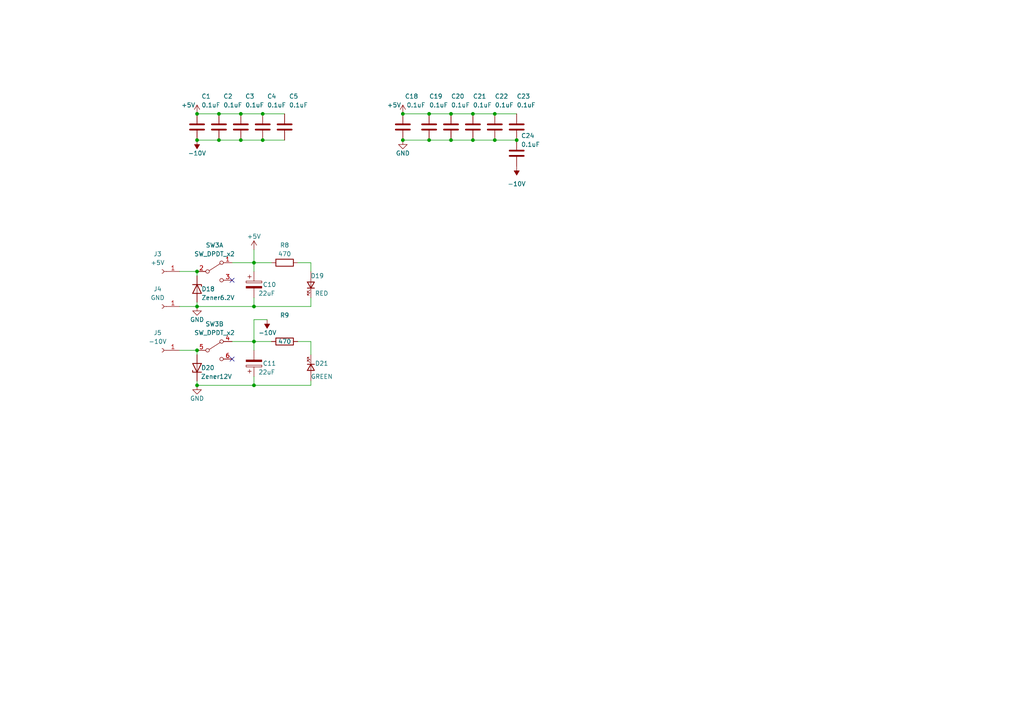
<source format=kicad_sch>
(kicad_sch (version 20230121) (generator eeschema)

  (uuid 3e5225d9-afd7-4ebf-b59c-45461f3da5da)

  (paper "A4")

  (lib_symbols
    (symbol "000_MyLibrary:C" (pin_numbers hide) (pin_names (offset 0.254)) (in_bom yes) (on_board yes)
      (property "Reference" "C" (at 0.635 2.54 0)
        (effects (font (size 1.27 1.27)) (justify left))
      )
      (property "Value" "C" (at 0.635 -2.54 0)
        (effects (font (size 1.27 1.27)) (justify left))
      )
      (property "Footprint" "" (at 0.9652 -3.81 0)
        (effects (font (size 1.27 1.27)) hide)
      )
      (property "Datasheet" "~" (at 0 0 0)
        (effects (font (size 1.27 1.27)) hide)
      )
      (property "ki_keywords" "cap capacitor" (at 0 0 0)
        (effects (font (size 1.27 1.27)) hide)
      )
      (property "ki_description" "Unpolarized capacitor" (at 0 0 0)
        (effects (font (size 1.27 1.27)) hide)
      )
      (property "ki_fp_filters" "C_*" (at 0 0 0)
        (effects (font (size 1.27 1.27)) hide)
      )
      (symbol "C_0_1"
        (polyline
          (pts
            (xy -2.032 -0.762)
            (xy 2.032 -0.762)
          )
          (stroke (width 0.508) (type default))
          (fill (type none))
        )
        (polyline
          (pts
            (xy -2.032 0.762)
            (xy 2.032 0.762)
          )
          (stroke (width 0.508) (type default))
          (fill (type none))
        )
      )
      (symbol "C_1_1"
        (pin passive line (at 0 3.81 270) (length 2.794)
          (name "~" (effects (font (size 1.27 1.27))))
          (number "1" (effects (font (size 1.27 1.27))))
        )
        (pin passive line (at 0 -3.81 90) (length 2.794)
          (name "~" (effects (font (size 1.27 1.27))))
          (number "2" (effects (font (size 1.27 1.27))))
        )
      )
    )
    (symbol "000_MyLibrary:C_Polarized" (pin_numbers hide) (pin_names (offset 0.254)) (in_bom yes) (on_board yes)
      (property "Reference" "C" (at 0.635 2.54 0)
        (effects (font (size 1.27 1.27)) (justify left))
      )
      (property "Value" "C_Polarized" (at 0.635 -2.54 0)
        (effects (font (size 1.27 1.27)) (justify left))
      )
      (property "Footprint" "" (at 0.9652 -3.81 0)
        (effects (font (size 1.27 1.27)) hide)
      )
      (property "Datasheet" "~" (at 0 0 0)
        (effects (font (size 1.27 1.27)) hide)
      )
      (property "ki_keywords" "cap capacitor" (at 0 0 0)
        (effects (font (size 1.27 1.27)) hide)
      )
      (property "ki_description" "Polarized capacitor" (at 0 0 0)
        (effects (font (size 1.27 1.27)) hide)
      )
      (property "ki_fp_filters" "CP_*" (at 0 0 0)
        (effects (font (size 1.27 1.27)) hide)
      )
      (symbol "C_Polarized_0_1"
        (rectangle (start -2.286 0.508) (end 2.286 1.016)
          (stroke (width 0) (type default))
          (fill (type none))
        )
        (polyline
          (pts
            (xy -1.778 2.286)
            (xy -0.762 2.286)
          )
          (stroke (width 0) (type default))
          (fill (type none))
        )
        (polyline
          (pts
            (xy -1.27 2.794)
            (xy -1.27 1.778)
          )
          (stroke (width 0) (type default))
          (fill (type none))
        )
        (rectangle (start 2.286 -0.508) (end -2.286 -1.016)
          (stroke (width 0) (type default))
          (fill (type outline))
        )
      )
      (symbol "C_Polarized_1_1"
        (pin passive line (at 0 3.81 270) (length 2.794)
          (name "~" (effects (font (size 1.27 1.27))))
          (number "1" (effects (font (size 1.27 1.27))))
        )
        (pin passive line (at 0 -3.81 90) (length 2.794)
          (name "~" (effects (font (size 1.27 1.27))))
          (number "2" (effects (font (size 1.27 1.27))))
        )
      )
    )
    (symbol "000_MyLibrary:Conn_01x01_Female" (pin_names (offset 1.016) hide) (in_bom yes) (on_board yes)
      (property "Reference" "J" (at 0 2.54 0)
        (effects (font (size 1.27 1.27)))
      )
      (property "Value" "Conn_01x01_Female" (at 0 -2.54 0)
        (effects (font (size 1.27 1.27)))
      )
      (property "Footprint" "" (at 0 0 0)
        (effects (font (size 1.27 1.27)) hide)
      )
      (property "Datasheet" "~" (at 0 0 0)
        (effects (font (size 1.27 1.27)) hide)
      )
      (property "ki_keywords" "connector" (at 0 0 0)
        (effects (font (size 1.27 1.27)) hide)
      )
      (property "ki_description" "Generic connector, single row, 01x01, script generated (kicad-library-utils/schlib/autogen/connector/)" (at 0 0 0)
        (effects (font (size 1.27 1.27)) hide)
      )
      (property "ki_fp_filters" "Connector*:*" (at 0 0 0)
        (effects (font (size 1.27 1.27)) hide)
      )
      (symbol "Conn_01x01_Female_1_1"
        (polyline
          (pts
            (xy -1.27 0)
            (xy -0.508 0)
          )
          (stroke (width 0.1524) (type default))
          (fill (type none))
        )
        (arc (start 0 0.508) (mid -0.5058 0) (end 0 -0.508)
          (stroke (width 0.1524) (type default))
          (fill (type none))
        )
        (pin passive line (at -5.08 0 0) (length 3.81)
          (name "Pin_1" (effects (font (size 1.27 1.27))))
          (number "1" (effects (font (size 1.27 1.27))))
        )
      )
    )
    (symbol "000_MyLibrary:D_Zener" (pin_numbers hide) (pin_names (offset 1.016) hide) (in_bom yes) (on_board yes)
      (property "Reference" "D" (at 0 2.54 0)
        (effects (font (size 1.27 1.27)))
      )
      (property "Value" "D_Zener" (at 0 -2.54 0)
        (effects (font (size 1.27 1.27)))
      )
      (property "Footprint" "" (at 0 0 0)
        (effects (font (size 1.27 1.27)) hide)
      )
      (property "Datasheet" "~" (at 0 0 0)
        (effects (font (size 1.27 1.27)) hide)
      )
      (property "ki_keywords" "diode" (at 0 0 0)
        (effects (font (size 1.27 1.27)) hide)
      )
      (property "ki_description" "Zener diode" (at 0 0 0)
        (effects (font (size 1.27 1.27)) hide)
      )
      (property "ki_fp_filters" "TO-???* *_Diode_* *SingleDiode* D_*" (at 0 0 0)
        (effects (font (size 1.27 1.27)) hide)
      )
      (symbol "D_Zener_0_1"
        (polyline
          (pts
            (xy 1.27 0)
            (xy -1.27 0)
          )
          (stroke (width 0) (type default))
          (fill (type none))
        )
        (polyline
          (pts
            (xy -1.27 -1.27)
            (xy -1.27 1.27)
            (xy -0.762 1.27)
          )
          (stroke (width 0.254) (type default))
          (fill (type none))
        )
        (polyline
          (pts
            (xy 1.27 -1.27)
            (xy 1.27 1.27)
            (xy -1.27 0)
            (xy 1.27 -1.27)
          )
          (stroke (width 0.254) (type default))
          (fill (type none))
        )
      )
      (symbol "D_Zener_1_1"
        (pin passive line (at -3.81 0 0) (length 2.54)
          (name "K" (effects (font (size 1.27 1.27))))
          (number "1" (effects (font (size 1.27 1.27))))
        )
        (pin passive line (at 3.81 0 180) (length 2.54)
          (name "A" (effects (font (size 1.27 1.27))))
          (number "2" (effects (font (size 1.27 1.27))))
        )
      )
    )
    (symbol "000_MyLibrary:LED" (pin_numbers hide) (pin_names (offset 1.016) hide) (in_bom yes) (on_board yes)
      (property "Reference" "D" (at 0.254 2.54 0)
        (effects (font (size 1.27 1.27)))
      )
      (property "Value" "LED" (at 0.254 -2.54 0)
        (effects (font (size 1.27 1.27)))
      )
      (property "Footprint" "" (at 0.254 0 0)
        (effects (font (size 1.27 1.27)) hide)
      )
      (property "Datasheet" "~" (at 0.254 0 0)
        (effects (font (size 1.27 1.27)) hide)
      )
      (property "ki_keywords" "LED diode" (at 0 0 0)
        (effects (font (size 1.27 1.27)) hide)
      )
      (property "ki_description" "Light emitting diode" (at 0 0 0)
        (effects (font (size 1.27 1.27)) hide)
      )
      (property "ki_fp_filters" "LED* LED_SMD:* LED_THT:*" (at 0 0 0)
        (effects (font (size 1.27 1.27)) hide)
      )
      (symbol "LED_0_1"
        (polyline
          (pts
            (xy -1.27 0)
            (xy 1.27 0)
          )
          (stroke (width 0) (type default))
          (fill (type none))
        )
        (polyline
          (pts
            (xy -1.016 -1.016)
            (xy -1.016 1.016)
          )
          (stroke (width 0.254) (type default))
          (fill (type none))
        )
        (polyline
          (pts
            (xy 0.762 -1.016)
            (xy 0.762 1.016)
            (xy -1.016 0)
            (xy 0.762 -1.016)
          )
          (stroke (width 0.254) (type default))
          (fill (type none))
        )
        (polyline
          (pts
            (xy -2.286 -0.254)
            (xy -3.048 -1.016)
            (xy -2.54 -1.016)
            (xy -3.048 -1.016)
            (xy -3.048 -0.508)
          )
          (stroke (width 0) (type default))
          (fill (type none))
        )
        (polyline
          (pts
            (xy -1.524 -0.254)
            (xy -2.286 -1.016)
            (xy -1.778 -1.016)
            (xy -2.286 -1.016)
            (xy -2.286 -0.508)
          )
          (stroke (width 0) (type default))
          (fill (type none))
        )
      )
      (symbol "LED_1_1"
        (pin passive line (at -3.81 0 0) (length 2.54)
          (name "K" (effects (font (size 1.27 1.27))))
          (number "1" (effects (font (size 1.27 1.27))))
        )
        (pin passive line (at 3.81 0 180) (length 2.54)
          (name "A" (effects (font (size 1.27 1.27))))
          (number "2" (effects (font (size 1.27 1.27))))
        )
      )
    )
    (symbol "000_MyLibrary:R" (pin_numbers hide) (pin_names (offset 0)) (in_bom yes) (on_board yes)
      (property "Reference" "R" (at 2.032 0 90)
        (effects (font (size 1.27 1.27)))
      )
      (property "Value" "R" (at 0 0 90)
        (effects (font (size 1.27 1.27)))
      )
      (property "Footprint" "" (at -1.778 0 90)
        (effects (font (size 1.27 1.27)) hide)
      )
      (property "Datasheet" "~" (at 0 0 0)
        (effects (font (size 1.27 1.27)) hide)
      )
      (property "ki_keywords" "R res resistor" (at 0 0 0)
        (effects (font (size 1.27 1.27)) hide)
      )
      (property "ki_description" "Resistor" (at 0 0 0)
        (effects (font (size 1.27 1.27)) hide)
      )
      (property "ki_fp_filters" "R_*" (at 0 0 0)
        (effects (font (size 1.27 1.27)) hide)
      )
      (symbol "R_0_1"
        (rectangle (start -1.016 -2.54) (end 1.016 2.54)
          (stroke (width 0.254) (type default))
          (fill (type none))
        )
      )
      (symbol "R_1_1"
        (pin passive line (at 0 3.81 270) (length 1.27)
          (name "~" (effects (font (size 1.27 1.27))))
          (number "1" (effects (font (size 1.27 1.27))))
        )
        (pin passive line (at 0 -3.81 90) (length 1.27)
          (name "~" (effects (font (size 1.27 1.27))))
          (number "2" (effects (font (size 1.27 1.27))))
        )
      )
    )
    (symbol "000_MyLibrary:SW_DPDT_x2" (pin_names (offset 0) hide) (in_bom yes) (on_board yes)
      (property "Reference" "SW" (at 0 4.318 0)
        (effects (font (size 1.27 1.27)))
      )
      (property "Value" "SW_DPDT_x2" (at 0 -5.08 0)
        (effects (font (size 1.27 1.27)))
      )
      (property "Footprint" "" (at 0 0 0)
        (effects (font (size 1.27 1.27)) hide)
      )
      (property "Datasheet" "~" (at 0 0 0)
        (effects (font (size 1.27 1.27)) hide)
      )
      (property "ki_keywords" "switch dual-pole double-throw DPDT spdt ON-ON" (at 0 0 0)
        (effects (font (size 1.27 1.27)) hide)
      )
      (property "ki_description" "Switch, dual pole double throw, separate symbols" (at 0 0 0)
        (effects (font (size 1.27 1.27)) hide)
      )
      (property "ki_fp_filters" "SW*DPDT*" (at 0 0 0)
        (effects (font (size 1.27 1.27)) hide)
      )
      (symbol "SW_DPDT_x2_0_0"
        (circle (center -2.032 0) (radius 0.508)
          (stroke (width 0) (type default))
          (fill (type none))
        )
        (circle (center 2.032 -2.54) (radius 0.508)
          (stroke (width 0) (type default))
          (fill (type none))
        )
      )
      (symbol "SW_DPDT_x2_0_1"
        (polyline
          (pts
            (xy -1.524 0.254)
            (xy 1.651 2.286)
          )
          (stroke (width 0) (type default))
          (fill (type none))
        )
        (circle (center 2.032 2.54) (radius 0.508)
          (stroke (width 0) (type default))
          (fill (type none))
        )
      )
      (symbol "SW_DPDT_x2_1_1"
        (pin passive line (at 5.08 2.54 180) (length 2.54)
          (name "A" (effects (font (size 1.27 1.27))))
          (number "1" (effects (font (size 1.27 1.27))))
        )
        (pin passive line (at -5.08 0 0) (length 2.54)
          (name "B" (effects (font (size 1.27 1.27))))
          (number "2" (effects (font (size 1.27 1.27))))
        )
        (pin passive line (at 5.08 -2.54 180) (length 2.54)
          (name "C" (effects (font (size 1.27 1.27))))
          (number "3" (effects (font (size 1.27 1.27))))
        )
      )
      (symbol "SW_DPDT_x2_2_1"
        (pin passive line (at 5.08 2.54 180) (length 2.54)
          (name "A" (effects (font (size 1.27 1.27))))
          (number "4" (effects (font (size 1.27 1.27))))
        )
        (pin passive line (at -5.08 0 0) (length 2.54)
          (name "B" (effects (font (size 1.27 1.27))))
          (number "5" (effects (font (size 1.27 1.27))))
        )
        (pin passive line (at 5.08 -2.54 180) (length 2.54)
          (name "C" (effects (font (size 1.27 1.27))))
          (number "6" (effects (font (size 1.27 1.27))))
        )
      )
    )
    (symbol "power:+5V" (power) (pin_names (offset 0)) (in_bom yes) (on_board yes)
      (property "Reference" "#PWR" (at 0 -3.81 0)
        (effects (font (size 1.27 1.27)) hide)
      )
      (property "Value" "+5V" (at 0 3.556 0)
        (effects (font (size 1.27 1.27)))
      )
      (property "Footprint" "" (at 0 0 0)
        (effects (font (size 1.27 1.27)) hide)
      )
      (property "Datasheet" "" (at 0 0 0)
        (effects (font (size 1.27 1.27)) hide)
      )
      (property "ki_keywords" "global power" (at 0 0 0)
        (effects (font (size 1.27 1.27)) hide)
      )
      (property "ki_description" "Power symbol creates a global label with name \"+5V\"" (at 0 0 0)
        (effects (font (size 1.27 1.27)) hide)
      )
      (symbol "+5V_0_1"
        (polyline
          (pts
            (xy -0.762 1.27)
            (xy 0 2.54)
          )
          (stroke (width 0) (type default))
          (fill (type none))
        )
        (polyline
          (pts
            (xy 0 0)
            (xy 0 2.54)
          )
          (stroke (width 0) (type default))
          (fill (type none))
        )
        (polyline
          (pts
            (xy 0 2.54)
            (xy 0.762 1.27)
          )
          (stroke (width 0) (type default))
          (fill (type none))
        )
      )
      (symbol "+5V_1_1"
        (pin power_in line (at 0 0 90) (length 0) hide
          (name "+5V" (effects (font (size 1.27 1.27))))
          (number "1" (effects (font (size 1.27 1.27))))
        )
      )
    )
    (symbol "power:-10V" (power) (pin_names (offset 0)) (in_bom yes) (on_board yes)
      (property "Reference" "#PWR" (at 0 2.54 0)
        (effects (font (size 1.27 1.27)) hide)
      )
      (property "Value" "-10V" (at 0 3.81 0)
        (effects (font (size 1.27 1.27)))
      )
      (property "Footprint" "" (at 0 0 0)
        (effects (font (size 1.27 1.27)) hide)
      )
      (property "Datasheet" "" (at 0 0 0)
        (effects (font (size 1.27 1.27)) hide)
      )
      (property "ki_keywords" "global power" (at 0 0 0)
        (effects (font (size 1.27 1.27)) hide)
      )
      (property "ki_description" "Power symbol creates a global label with name \"-10V\"" (at 0 0 0)
        (effects (font (size 1.27 1.27)) hide)
      )
      (symbol "-10V_0_0"
        (pin power_in line (at 0 0 90) (length 0) hide
          (name "-10V" (effects (font (size 1.27 1.27))))
          (number "1" (effects (font (size 1.27 1.27))))
        )
      )
      (symbol "-10V_0_1"
        (polyline
          (pts
            (xy 0 0)
            (xy 0 1.27)
            (xy 0.762 1.27)
            (xy 0 2.54)
            (xy -0.762 1.27)
            (xy 0 1.27)
          )
          (stroke (width 0) (type default))
          (fill (type outline))
        )
      )
    )
    (symbol "power:GND" (power) (pin_names (offset 0)) (in_bom yes) (on_board yes)
      (property "Reference" "#PWR" (at 0 -6.35 0)
        (effects (font (size 1.27 1.27)) hide)
      )
      (property "Value" "GND" (at 0 -3.81 0)
        (effects (font (size 1.27 1.27)))
      )
      (property "Footprint" "" (at 0 0 0)
        (effects (font (size 1.27 1.27)) hide)
      )
      (property "Datasheet" "" (at 0 0 0)
        (effects (font (size 1.27 1.27)) hide)
      )
      (property "ki_keywords" "global power" (at 0 0 0)
        (effects (font (size 1.27 1.27)) hide)
      )
      (property "ki_description" "Power symbol creates a global label with name \"GND\" , ground" (at 0 0 0)
        (effects (font (size 1.27 1.27)) hide)
      )
      (symbol "GND_0_1"
        (polyline
          (pts
            (xy 0 0)
            (xy 0 -1.27)
            (xy 1.27 -1.27)
            (xy 0 -2.54)
            (xy -1.27 -1.27)
            (xy 0 -1.27)
          )
          (stroke (width 0) (type default))
          (fill (type none))
        )
      )
      (symbol "GND_1_1"
        (pin power_in line (at 0 0 270) (length 0) hide
          (name "GND" (effects (font (size 1.27 1.27))))
          (number "1" (effects (font (size 1.27 1.27))))
        )
      )
    )
  )

  (junction (at 57.15 33.02) (diameter 0) (color 0 0 0 0)
    (uuid 04de454c-4c65-478a-b0b9-dd7562c24342)
  )
  (junction (at 137.16 33.02) (diameter 0) (color 0 0 0 0)
    (uuid 25c7cfd5-f22a-44c4-b12d-dfac311d778c)
  )
  (junction (at 143.51 40.64) (diameter 0) (color 0 0 0 0)
    (uuid 340ece68-d487-4e8b-89c8-60f39cdc44d2)
  )
  (junction (at 69.85 40.64) (diameter 0) (color 0 0 0 0)
    (uuid 34980289-8791-4f0d-af39-fc335b09b75f)
  )
  (junction (at 73.66 88.9) (diameter 0) (color 0 0 0 0)
    (uuid 3659af39-3872-4287-a0c6-0d7c0ee98aa9)
  )
  (junction (at 73.66 76.2) (diameter 0) (color 0 0 0 0)
    (uuid 3f6d30f1-2661-4932-85b1-e343e7b3bb3c)
  )
  (junction (at 73.66 99.06) (diameter 0) (color 0 0 0 0)
    (uuid 45850601-36da-436b-97d8-a2510251812a)
  )
  (junction (at 124.46 33.02) (diameter 0) (color 0 0 0 0)
    (uuid 4d10ef89-3db0-464b-a7bf-43e97821667e)
  )
  (junction (at 57.15 40.64) (diameter 0) (color 0 0 0 0)
    (uuid 4eaaaedb-bea7-4c1d-b1f3-e6d4d6222550)
  )
  (junction (at 63.5 33.02) (diameter 0) (color 0 0 0 0)
    (uuid 55a2b39d-f9b6-4812-9317-86452d7ee170)
  )
  (junction (at 69.85 33.02) (diameter 0) (color 0 0 0 0)
    (uuid 5dfcb62b-4543-4b7d-a614-a3f400845f69)
  )
  (junction (at 73.66 111.76) (diameter 0) (color 0 0 0 0)
    (uuid 733a30b3-a28b-435d-aa2f-f8f7193f57b3)
  )
  (junction (at 143.51 33.02) (diameter 0) (color 0 0 0 0)
    (uuid 77067c6e-8cc0-4143-8a7f-d2b5e067a731)
  )
  (junction (at 57.15 88.9) (diameter 0) (color 0 0 0 0)
    (uuid 7a6e1311-e77a-40a0-a363-aae20d7c3ab4)
  )
  (junction (at 76.2 33.02) (diameter 0) (color 0 0 0 0)
    (uuid a2daf0e1-08ec-437d-8b75-a3c200da1bfe)
  )
  (junction (at 76.2 40.64) (diameter 0) (color 0 0 0 0)
    (uuid a342aafc-4d60-43d6-b76f-3d7166fe6930)
  )
  (junction (at 149.86 40.64) (diameter 0) (color 0 0 0 0)
    (uuid b027554c-6e72-4f51-bbdd-889bc51a2bfd)
  )
  (junction (at 57.15 78.74) (diameter 0) (color 0 0 0 0)
    (uuid b3259cc7-5ba7-4248-baf4-61d256815550)
  )
  (junction (at 116.84 40.64) (diameter 0) (color 0 0 0 0)
    (uuid b3ae077c-748b-4c45-9c1e-a7afccdf198f)
  )
  (junction (at 57.15 111.76) (diameter 0) (color 0 0 0 0)
    (uuid be1fc47e-c7cd-4158-bdcf-a626ae3da517)
  )
  (junction (at 137.16 40.64) (diameter 0) (color 0 0 0 0)
    (uuid bfc316c2-bc1b-4ac4-bb29-cd1826752268)
  )
  (junction (at 116.84 33.02) (diameter 0) (color 0 0 0 0)
    (uuid c1291e52-d59f-4879-b234-8cba643e6110)
  )
  (junction (at 130.81 33.02) (diameter 0) (color 0 0 0 0)
    (uuid ce15162e-0669-4b06-9dac-b95aac113beb)
  )
  (junction (at 124.46 40.64) (diameter 0) (color 0 0 0 0)
    (uuid d6dd017a-cb8f-4bab-9b88-0d107b0a8808)
  )
  (junction (at 57.15 101.6) (diameter 0) (color 0 0 0 0)
    (uuid de04c3f9-4896-42b9-811b-012607d45d7d)
  )
  (junction (at 130.81 40.64) (diameter 0) (color 0 0 0 0)
    (uuid eea915b8-bb5c-46b0-b786-bd5bdadb7e2d)
  )
  (junction (at 63.5 40.64) (diameter 0) (color 0 0 0 0)
    (uuid eeb34551-b451-4a01-ac2a-34e7b3fd7643)
  )

  (no_connect (at 67.31 81.28) (uuid 6be19ef6-a933-40dd-bfdd-35898a4f9950))
  (no_connect (at 67.31 104.14) (uuid b2c3e1c7-8210-40b9-af30-0c56d5e45902))

  (wire (pts (xy 73.66 72.39) (xy 73.66 76.2))
    (stroke (width 0) (type default))
    (uuid 04cbeb4c-23c3-48d3-a017-370e42f01dde)
  )
  (wire (pts (xy 116.84 40.64) (xy 124.46 40.64))
    (stroke (width 0) (type default))
    (uuid 0e9ebe5d-aef8-4a84-bd05-5b954ae0acdf)
  )
  (wire (pts (xy 86.36 76.2) (xy 90.17 76.2))
    (stroke (width 0) (type default))
    (uuid 21f3fb50-3eaf-43f5-ab45-d891494a7059)
  )
  (wire (pts (xy 73.66 76.2) (xy 78.74 76.2))
    (stroke (width 0) (type default))
    (uuid 242531f0-b354-459b-9474-bb9dda5a5133)
  )
  (wire (pts (xy 69.85 33.02) (xy 76.2 33.02))
    (stroke (width 0) (type default))
    (uuid 24983586-eb5d-4fe6-90cd-a61fafcd4ef0)
  )
  (wire (pts (xy 90.17 111.76) (xy 90.17 110.49))
    (stroke (width 0) (type default))
    (uuid 270fbf3a-389b-40a5-b167-5b739fc55f40)
  )
  (wire (pts (xy 73.66 99.06) (xy 73.66 101.6))
    (stroke (width 0) (type default))
    (uuid 28138ab7-4e12-460b-a810-76c452b6d8e3)
  )
  (wire (pts (xy 73.66 76.2) (xy 73.66 78.74))
    (stroke (width 0) (type default))
    (uuid 281a90de-99d1-480f-a9cb-beee7ee90a88)
  )
  (wire (pts (xy 90.17 76.2) (xy 90.17 78.74))
    (stroke (width 0) (type default))
    (uuid 28f99aba-cdd2-4b5d-989a-ce50f1ee6f9b)
  )
  (wire (pts (xy 90.17 99.06) (xy 90.17 102.87))
    (stroke (width 0) (type default))
    (uuid 2df77993-6342-47ef-a9c0-1bb67652026f)
  )
  (wire (pts (xy 57.15 102.87) (xy 57.15 101.6))
    (stroke (width 0) (type default))
    (uuid 31c0979f-48e8-4eeb-9e0f-cd3a7aca21ff)
  )
  (wire (pts (xy 52.07 88.9) (xy 57.15 88.9))
    (stroke (width 0) (type default))
    (uuid 3208aaf4-cdc9-4091-b29e-3f27fc63bdf3)
  )
  (wire (pts (xy 73.66 92.71) (xy 73.66 99.06))
    (stroke (width 0) (type default))
    (uuid 331b4b58-7424-498e-9cc7-f163d53fbd4e)
  )
  (wire (pts (xy 124.46 33.02) (xy 130.81 33.02))
    (stroke (width 0) (type default))
    (uuid 41215c4b-8628-481d-a9fc-e39303e11b73)
  )
  (wire (pts (xy 86.36 99.06) (xy 90.17 99.06))
    (stroke (width 0) (type default))
    (uuid 4fb1fc83-17cc-4def-bd36-2bbaf43e03e4)
  )
  (wire (pts (xy 130.81 33.02) (xy 137.16 33.02))
    (stroke (width 0) (type default))
    (uuid 50bc017b-bac4-41a5-aa62-f53be857cd1c)
  )
  (wire (pts (xy 63.5 40.64) (xy 69.85 40.64))
    (stroke (width 0) (type default))
    (uuid 522bcefb-72d3-45de-9565-e1902c3df93a)
  )
  (wire (pts (xy 137.16 40.64) (xy 143.51 40.64))
    (stroke (width 0) (type default))
    (uuid 538d6019-eafa-455a-b6e1-62e0e71c9cf0)
  )
  (wire (pts (xy 57.15 87.63) (xy 57.15 88.9))
    (stroke (width 0) (type default))
    (uuid 60baa953-122c-4df6-9b2f-14171f0b3ed2)
  )
  (wire (pts (xy 57.15 110.49) (xy 57.15 111.76))
    (stroke (width 0) (type default))
    (uuid 61325a51-366f-46f3-b7b2-c19703ebc13f)
  )
  (wire (pts (xy 52.07 101.6) (xy 57.15 101.6))
    (stroke (width 0) (type default))
    (uuid 65223f31-54bd-430c-8717-3ee35fa9081a)
  )
  (wire (pts (xy 57.15 78.74) (xy 57.15 80.01))
    (stroke (width 0) (type default))
    (uuid 6a1a8a9b-8bee-4ceb-ab3c-a21cb906cf50)
  )
  (wire (pts (xy 57.15 88.9) (xy 73.66 88.9))
    (stroke (width 0) (type default))
    (uuid 73855101-0cc3-4073-84f9-763f472db406)
  )
  (wire (pts (xy 63.5 33.02) (xy 69.85 33.02))
    (stroke (width 0) (type default))
    (uuid 79192e9b-46cb-4a49-b53d-369a9eb5f6d8)
  )
  (wire (pts (xy 124.46 40.64) (xy 130.81 40.64))
    (stroke (width 0) (type default))
    (uuid 81397447-cda8-4266-85a0-a1f79ed5e147)
  )
  (wire (pts (xy 73.66 111.76) (xy 90.17 111.76))
    (stroke (width 0) (type default))
    (uuid 83ac03b6-f300-4a05-bd3d-d2a33705d13f)
  )
  (wire (pts (xy 77.47 92.71) (xy 73.66 92.71))
    (stroke (width 0) (type default))
    (uuid 8a591dbb-f716-4e75-891f-50ee5510ed00)
  )
  (wire (pts (xy 57.15 33.02) (xy 63.5 33.02))
    (stroke (width 0) (type default))
    (uuid 8c5ec008-6317-4220-966f-a4834e857f0e)
  )
  (wire (pts (xy 73.66 88.9) (xy 90.17 88.9))
    (stroke (width 0) (type default))
    (uuid 8edaa418-84c6-4d73-a2ae-043be554d27c)
  )
  (wire (pts (xy 143.51 33.02) (xy 149.86 33.02))
    (stroke (width 0) (type default))
    (uuid 932e6b81-07f4-4c04-a49c-e5e8aec562f0)
  )
  (wire (pts (xy 67.31 76.2) (xy 73.66 76.2))
    (stroke (width 0) (type default))
    (uuid 9483c2ba-e81c-4c95-8532-e8eaeeb89d47)
  )
  (wire (pts (xy 67.31 99.06) (xy 73.66 99.06))
    (stroke (width 0) (type default))
    (uuid 97dd2977-126f-46f0-9e36-2009a82ef8ce)
  )
  (wire (pts (xy 57.15 40.64) (xy 63.5 40.64))
    (stroke (width 0) (type default))
    (uuid 98fe3638-eb9c-4303-af3e-ad5046a23325)
  )
  (wire (pts (xy 76.2 40.64) (xy 82.55 40.64))
    (stroke (width 0) (type default))
    (uuid a32eeb50-c103-404d-b001-07fac0e35612)
  )
  (wire (pts (xy 143.51 40.64) (xy 149.86 40.64))
    (stroke (width 0) (type default))
    (uuid a3edc8e9-7bfa-43e4-bd1d-c3ae35941c08)
  )
  (wire (pts (xy 90.17 88.9) (xy 90.17 86.36))
    (stroke (width 0) (type default))
    (uuid b7bbb957-a399-4bd6-9c20-b5919232a9a0)
  )
  (wire (pts (xy 73.66 86.36) (xy 73.66 88.9))
    (stroke (width 0) (type default))
    (uuid bfd504d1-1c53-4d79-9a01-f324ce42a041)
  )
  (wire (pts (xy 76.2 33.02) (xy 82.55 33.02))
    (stroke (width 0) (type default))
    (uuid c2afdf5b-4d33-4668-898c-c7e35d1dcf0f)
  )
  (wire (pts (xy 73.66 109.22) (xy 73.66 111.76))
    (stroke (width 0) (type default))
    (uuid cabe3cd2-e7f8-4dd1-9e39-287b54bd03f6)
  )
  (wire (pts (xy 57.15 78.74) (xy 52.07 78.74))
    (stroke (width 0) (type default))
    (uuid da8290f0-dddd-4b53-8eaa-18f408e7bb56)
  )
  (wire (pts (xy 137.16 33.02) (xy 143.51 33.02))
    (stroke (width 0) (type default))
    (uuid dcd35aca-319c-4cbd-a631-835b07d44ec4)
  )
  (wire (pts (xy 57.15 111.76) (xy 73.66 111.76))
    (stroke (width 0) (type default))
    (uuid df702a6e-dd44-4fcb-a343-a224e558f1b0)
  )
  (wire (pts (xy 73.66 99.06) (xy 78.74 99.06))
    (stroke (width 0) (type default))
    (uuid e2fa74ce-5161-4794-b24f-c36ee522549d)
  )
  (wire (pts (xy 130.81 40.64) (xy 137.16 40.64))
    (stroke (width 0) (type default))
    (uuid eb30563d-b8e9-4e31-8439-598337158768)
  )
  (wire (pts (xy 116.84 33.02) (xy 124.46 33.02))
    (stroke (width 0) (type default))
    (uuid f95b73a4-7ceb-4a94-9283-a89a7f3f735f)
  )
  (wire (pts (xy 69.85 40.64) (xy 76.2 40.64))
    (stroke (width 0) (type default))
    (uuid fbaafd1a-1847-40d3-98aa-2b6aaa153279)
  )

  (symbol (lib_id "000_MyLibrary:LED") (at 90.17 106.68 270) (unit 1)
    (in_bom yes) (on_board yes) (dnp no)
    (uuid 017eb828-3ced-4228-9241-836f37efea33)
    (property "Reference" "D21" (at 95.25 105.41 90)
      (effects (font (size 1.27 1.27)) (justify right))
    )
    (property "Value" "GREEN" (at 96.52 109.22 90)
      (effects (font (size 1.27 1.27)) (justify right))
    )
    (property "Footprint" "000_MyFootprint:LED_D3.0mm" (at 90.17 106.934 0)
      (effects (font (size 1.27 1.27)) hide)
    )
    (property "Datasheet" "~" (at 90.17 106.934 0)
      (effects (font (size 1.27 1.27)) hide)
    )
    (pin "1" (uuid e3db1275-a709-40a1-a978-3d5dc3990655))
    (pin "2" (uuid 24d1d1c4-da3b-4649-a90e-e8b4b79c407e))
    (instances
      (project "test4004"
        (path "/864f134a-41c6-4913-ad4a-3ecdcf349a38"
          (reference "D21") (unit 1)
        )
        (path "/864f134a-41c6-4913-ad4a-3ecdcf349a38/5469af6e-307a-497f-8be9-ea9ec74e6c6f"
          (reference "D21") (unit 1)
        )
      )
    )
  )

  (symbol (lib_id "000_MyLibrary:Conn_01x01_Female") (at 46.99 88.9 180) (unit 1)
    (in_bom yes) (on_board yes) (dnp no)
    (uuid 04f9e5ff-eb60-4818-b205-688d02f94ca1)
    (property "Reference" "J4" (at 45.72 83.82 0)
      (effects (font (size 1.27 1.27)))
    )
    (property "Value" "GND" (at 45.72 86.36 0)
      (effects (font (size 1.27 1.27)))
    )
    (property "Footprint" "" (at 46.99 88.9 0)
      (effects (font (size 1.27 1.27)) hide)
    )
    (property "Datasheet" "~" (at 46.99 88.9 0)
      (effects (font (size 1.27 1.27)) hide)
    )
    (pin "1" (uuid dab25f0a-02c9-4ff6-9c8a-74349103331e))
    (instances
      (project "test4004"
        (path "/864f134a-41c6-4913-ad4a-3ecdcf349a38"
          (reference "J4") (unit 1)
        )
        (path "/864f134a-41c6-4913-ad4a-3ecdcf349a38/5469af6e-307a-497f-8be9-ea9ec74e6c6f"
          (reference "J4") (unit 1)
        )
      )
    )
  )

  (symbol (lib_id "power:+5V") (at 57.15 33.02 0) (unit 1)
    (in_bom yes) (on_board yes) (dnp no)
    (uuid 074d9588-3316-4aed-a57a-e44cfa70567e)
    (property "Reference" "#PWR01" (at 57.15 36.83 0)
      (effects (font (size 1.27 1.27)) hide)
    )
    (property "Value" "+5V" (at 54.61 30.48 0)
      (effects (font (size 1.27 1.27)))
    )
    (property "Footprint" "" (at 57.15 33.02 0)
      (effects (font (size 1.27 1.27)) hide)
    )
    (property "Datasheet" "" (at 57.15 33.02 0)
      (effects (font (size 1.27 1.27)) hide)
    )
    (pin "1" (uuid e9be49ae-fb1e-4db1-b944-4ddb6b1e9348))
    (instances
      (project "test4004"
        (path "/864f134a-41c6-4913-ad4a-3ecdcf349a38"
          (reference "#PWR01") (unit 1)
        )
        (path "/864f134a-41c6-4913-ad4a-3ecdcf349a38/5469af6e-307a-497f-8be9-ea9ec74e6c6f"
          (reference "#PWR01") (unit 1)
        )
      )
    )
  )

  (symbol (lib_id "000_MyLibrary:D_Zener") (at 57.15 83.82 270) (unit 1)
    (in_bom yes) (on_board yes) (dnp no)
    (uuid 17f38901-9a7f-490f-9b93-7090884f4f49)
    (property "Reference" "D18" (at 58.42 83.82 90)
      (effects (font (size 1.27 1.27)) (justify left))
    )
    (property "Value" "Zener6.2V" (at 58.42 86.36 90)
      (effects (font (size 1.27 1.27)) (justify left))
    )
    (property "Footprint" "000_MyFootprint:D_DO-35_SOD27_P7.62mm_Horizontal" (at 57.15 83.82 0)
      (effects (font (size 1.27 1.27)) hide)
    )
    (property "Datasheet" "~" (at 57.15 83.82 0)
      (effects (font (size 1.27 1.27)) hide)
    )
    (pin "1" (uuid b9f64e19-754e-4b44-95ee-202012e74f49))
    (pin "2" (uuid 9fd57a47-8547-4301-a5bb-74021cfdd0c8))
    (instances
      (project "test4004"
        (path "/864f134a-41c6-4913-ad4a-3ecdcf349a38"
          (reference "D18") (unit 1)
        )
        (path "/864f134a-41c6-4913-ad4a-3ecdcf349a38/5469af6e-307a-497f-8be9-ea9ec74e6c6f"
          (reference "D18") (unit 1)
        )
      )
    )
  )

  (symbol (lib_id "000_MyLibrary:C") (at 116.84 36.83 0) (unit 1)
    (in_bom yes) (on_board yes) (dnp no)
    (uuid 1ef05fab-8769-4869-b769-4b4fe0e2393d)
    (property "Reference" "C18" (at 119.38 27.94 0)
      (effects (font (size 1.27 1.27)))
    )
    (property "Value" "0.1uF" (at 120.65 30.48 0)
      (effects (font (size 1.27 1.27)))
    )
    (property "Footprint" "000_MyFootprint:C_Disc_D4.3mm_W1.9mm_P5.00mm" (at 117.8052 40.64 0)
      (effects (font (size 1.27 1.27)) hide)
    )
    (property "Datasheet" "~" (at 116.84 36.83 0)
      (effects (font (size 1.27 1.27)) hide)
    )
    (pin "1" (uuid afa3ac0c-4a58-4731-bbf4-64ffc36f02f6))
    (pin "2" (uuid bef6f3c5-3685-49f1-8175-a9ca3119adbe))
    (instances
      (project "test4004"
        (path "/864f134a-41c6-4913-ad4a-3ecdcf349a38/7e6bb0ce-98c0-4c3f-8a34-45d971d49c72"
          (reference "C18") (unit 1)
        )
        (path "/864f134a-41c6-4913-ad4a-3ecdcf349a38/5469af6e-307a-497f-8be9-ea9ec74e6c6f"
          (reference "C18") (unit 1)
        )
      )
    )
  )

  (symbol (lib_id "power:-10V") (at 77.47 92.71 180) (unit 1)
    (in_bom yes) (on_board yes) (dnp no)
    (uuid 2a698d8f-e3b7-431f-8db0-cdcdd264536e)
    (property "Reference" "#PWR027" (at 77.47 95.25 0)
      (effects (font (size 1.27 1.27)) hide)
    )
    (property "Value" "-10V" (at 74.93 96.52 0)
      (effects (font (size 1.27 1.27)) (justify right))
    )
    (property "Footprint" "" (at 77.47 92.71 0)
      (effects (font (size 1.27 1.27)) hide)
    )
    (property "Datasheet" "" (at 77.47 92.71 0)
      (effects (font (size 1.27 1.27)) hide)
    )
    (pin "1" (uuid 1320b63e-fe3e-4f1d-b5b0-3d5db1ab5532))
    (instances
      (project "test4004"
        (path "/864f134a-41c6-4913-ad4a-3ecdcf349a38"
          (reference "#PWR027") (unit 1)
        )
        (path "/864f134a-41c6-4913-ad4a-3ecdcf349a38/5469af6e-307a-497f-8be9-ea9ec74e6c6f"
          (reference "#PWR028") (unit 1)
        )
      )
    )
  )

  (symbol (lib_id "power:GND") (at 116.84 40.64 0) (unit 1)
    (in_bom yes) (on_board yes) (dnp no)
    (uuid 2e9a9f9c-0764-415c-bd06-222e4a453ac4)
    (property "Reference" "#PWR061" (at 116.84 46.99 0)
      (effects (font (size 1.27 1.27)) hide)
    )
    (property "Value" "GND" (at 116.84 44.45 0)
      (effects (font (size 1.27 1.27)))
    )
    (property "Footprint" "" (at 116.84 40.64 0)
      (effects (font (size 1.27 1.27)) hide)
    )
    (property "Datasheet" "" (at 116.84 40.64 0)
      (effects (font (size 1.27 1.27)) hide)
    )
    (pin "1" (uuid d5b38da9-872b-4aa5-b9fc-7631735449ce))
    (instances
      (project "test4004"
        (path "/864f134a-41c6-4913-ad4a-3ecdcf349a38/df0ffe23-d64d-4613-b960-14f3a390d08c"
          (reference "#PWR061") (unit 1)
        )
        (path "/864f134a-41c6-4913-ad4a-3ecdcf349a38/5469af6e-307a-497f-8be9-ea9ec74e6c6f"
          (reference "#PWR061") (unit 1)
        )
      )
    )
  )

  (symbol (lib_id "power:+5V") (at 116.84 33.02 0) (unit 1)
    (in_bom yes) (on_board yes) (dnp no)
    (uuid 33a2eac9-98bb-44c6-8c19-a43e3e18e021)
    (property "Reference" "#PWR058" (at 116.84 36.83 0)
      (effects (font (size 1.27 1.27)) hide)
    )
    (property "Value" "+5V" (at 114.3 30.48 0)
      (effects (font (size 1.27 1.27)))
    )
    (property "Footprint" "" (at 116.84 33.02 0)
      (effects (font (size 1.27 1.27)) hide)
    )
    (property "Datasheet" "" (at 116.84 33.02 0)
      (effects (font (size 1.27 1.27)) hide)
    )
    (pin "1" (uuid babac8a1-ba52-46c7-a1bb-52996b3de473))
    (instances
      (project "test4004"
        (path "/864f134a-41c6-4913-ad4a-3ecdcf349a38/df0ffe23-d64d-4613-b960-14f3a390d08c"
          (reference "#PWR058") (unit 1)
        )
        (path "/864f134a-41c6-4913-ad4a-3ecdcf349a38/5469af6e-307a-497f-8be9-ea9ec74e6c6f"
          (reference "#PWR058") (unit 1)
        )
      )
    )
  )

  (symbol (lib_id "000_MyLibrary:C_Polarized") (at 73.66 105.41 0) (mirror x) (unit 1)
    (in_bom yes) (on_board yes) (dnp no)
    (uuid 42f5229b-b4a9-43a0-b366-bd7b0aa4b73d)
    (property "Reference" "C11" (at 76.2 105.41 0)
      (effects (font (size 1.27 1.27)) (justify left))
    )
    (property "Value" "22uF" (at 74.93 107.95 0)
      (effects (font (size 1.27 1.27)) (justify left))
    )
    (property "Footprint" "000_MyFootprint:CP_Radial_D6.3mm_P2.50mm" (at 74.6252 101.6 0)
      (effects (font (size 1.27 1.27)) hide)
    )
    (property "Datasheet" "~" (at 73.66 105.41 0)
      (effects (font (size 1.27 1.27)) hide)
    )
    (pin "1" (uuid 1f8a526e-3231-456f-8174-606427a2ea2e))
    (pin "2" (uuid f67c439e-0a20-4dcd-bba0-bbf3a098b1c1))
    (instances
      (project "test4004"
        (path "/864f134a-41c6-4913-ad4a-3ecdcf349a38"
          (reference "C11") (unit 1)
        )
        (path "/864f134a-41c6-4913-ad4a-3ecdcf349a38/5469af6e-307a-497f-8be9-ea9ec74e6c6f"
          (reference "C11") (unit 1)
        )
      )
    )
  )

  (symbol (lib_id "000_MyLibrary:C") (at 82.55 36.83 0) (unit 1)
    (in_bom yes) (on_board yes) (dnp no)
    (uuid 4ca72925-71fc-4d2d-9d5e-bf6b7ea43472)
    (property "Reference" "C5" (at 83.82 27.94 0)
      (effects (font (size 1.27 1.27)) (justify left))
    )
    (property "Value" "0.1uF" (at 83.82 30.48 0)
      (effects (font (size 1.27 1.27)) (justify left))
    )
    (property "Footprint" "000_MyFootprint:C_Disc_D4.3mm_W1.9mm_P5.00mm" (at 83.5152 40.64 0)
      (effects (font (size 1.27 1.27)) hide)
    )
    (property "Datasheet" "~" (at 82.55 36.83 0)
      (effects (font (size 1.27 1.27)) hide)
    )
    (pin "1" (uuid 1df59ef2-674e-4b4c-96ca-82bc506211a4))
    (pin "2" (uuid f9dedc5b-e7f2-43e8-949b-4a8fccd3fe53))
    (instances
      (project "test4004"
        (path "/864f134a-41c6-4913-ad4a-3ecdcf349a38"
          (reference "C5") (unit 1)
        )
        (path "/864f134a-41c6-4913-ad4a-3ecdcf349a38/5469af6e-307a-497f-8be9-ea9ec74e6c6f"
          (reference "C5") (unit 1)
        )
      )
    )
  )

  (symbol (lib_id "power:-10V") (at 149.86 48.26 180) (unit 1)
    (in_bom yes) (on_board yes) (dnp no) (fields_autoplaced)
    (uuid 4deb7931-ed5d-4e4f-9695-6262a7443d55)
    (property "Reference" "#PWR064" (at 149.86 50.8 0)
      (effects (font (size 1.27 1.27)) hide)
    )
    (property "Value" "-10V" (at 149.86 53.34 0)
      (effects (font (size 1.27 1.27)))
    )
    (property "Footprint" "" (at 149.86 48.26 0)
      (effects (font (size 1.27 1.27)) hide)
    )
    (property "Datasheet" "" (at 149.86 48.26 0)
      (effects (font (size 1.27 1.27)) hide)
    )
    (pin "1" (uuid 6148f838-577f-4a75-a9ee-c4b8451a0155))
    (instances
      (project "test4004"
        (path "/864f134a-41c6-4913-ad4a-3ecdcf349a38/df0ffe23-d64d-4613-b960-14f3a390d08c"
          (reference "#PWR064") (unit 1)
        )
        (path "/864f134a-41c6-4913-ad4a-3ecdcf349a38/5469af6e-307a-497f-8be9-ea9ec74e6c6f"
          (reference "#PWR064") (unit 1)
        )
      )
    )
  )

  (symbol (lib_id "000_MyLibrary:C") (at 143.51 36.83 0) (unit 1)
    (in_bom yes) (on_board yes) (dnp no)
    (uuid 4e830bc2-b25a-4481-9e66-a5f4dd7f8bf2)
    (property "Reference" "C22" (at 143.51 27.94 0)
      (effects (font (size 1.27 1.27)) (justify left))
    )
    (property "Value" "0.1uF" (at 143.51 30.48 0)
      (effects (font (size 1.27 1.27)) (justify left))
    )
    (property "Footprint" "000_MyFootprint:C_Disc_D4.3mm_W1.9mm_P5.00mm" (at 144.4752 40.64 0)
      (effects (font (size 1.27 1.27)) hide)
    )
    (property "Datasheet" "~" (at 143.51 36.83 0)
      (effects (font (size 1.27 1.27)) hide)
    )
    (pin "1" (uuid 1bbba815-0092-4412-befd-05d3ce06e133))
    (pin "2" (uuid 4cc7da98-73df-4382-a7e9-582066a91af1))
    (instances
      (project "test4004"
        (path "/864f134a-41c6-4913-ad4a-3ecdcf349a38/df0ffe23-d64d-4613-b960-14f3a390d08c"
          (reference "C22") (unit 1)
        )
        (path "/864f134a-41c6-4913-ad4a-3ecdcf349a38/5469af6e-307a-497f-8be9-ea9ec74e6c6f"
          (reference "C22") (unit 1)
        )
      )
    )
  )

  (symbol (lib_id "000_MyLibrary:LED") (at 90.17 82.55 270) (mirror x) (unit 1)
    (in_bom yes) (on_board yes) (dnp no)
    (uuid 529bd1ff-ea48-40e7-bb32-ae054118e26f)
    (property "Reference" "D19" (at 93.98 80.01 90)
      (effects (font (size 1.27 1.27)) (justify right))
    )
    (property "Value" "RED" (at 95.25 85.09 90)
      (effects (font (size 1.27 1.27)) (justify right))
    )
    (property "Footprint" "000_MyFootprint:LED_D3.0mm" (at 90.17 82.296 0)
      (effects (font (size 1.27 1.27)) hide)
    )
    (property "Datasheet" "~" (at 90.17 82.296 0)
      (effects (font (size 1.27 1.27)) hide)
    )
    (pin "1" (uuid 41a72a77-f5e7-4526-a090-fd15f99076ee))
    (pin "2" (uuid 7dda3ec7-4192-4f3d-bb69-c38ec99aeef5))
    (instances
      (project "test4004"
        (path "/864f134a-41c6-4913-ad4a-3ecdcf349a38"
          (reference "D19") (unit 1)
        )
        (path "/864f134a-41c6-4913-ad4a-3ecdcf349a38/5469af6e-307a-497f-8be9-ea9ec74e6c6f"
          (reference "D20") (unit 1)
        )
      )
    )
  )

  (symbol (lib_id "000_MyLibrary:C") (at 76.2 36.83 0) (unit 1)
    (in_bom yes) (on_board yes) (dnp no)
    (uuid 5583f5f2-45bf-4bf6-9756-bd19402701e7)
    (property "Reference" "C4" (at 77.47 27.94 0)
      (effects (font (size 1.27 1.27)) (justify left))
    )
    (property "Value" "0.1uF" (at 77.47 30.48 0)
      (effects (font (size 1.27 1.27)) (justify left))
    )
    (property "Footprint" "000_MyFootprint:C_Disc_D4.3mm_W1.9mm_P5.00mm" (at 77.1652 40.64 0)
      (effects (font (size 1.27 1.27)) hide)
    )
    (property "Datasheet" "~" (at 76.2 36.83 0)
      (effects (font (size 1.27 1.27)) hide)
    )
    (pin "1" (uuid 19144c1d-2e25-4fda-9e79-482f9802a27c))
    (pin "2" (uuid a0df4580-bd80-4c68-9fd7-6a0aa6da0182))
    (instances
      (project "test4004"
        (path "/864f134a-41c6-4913-ad4a-3ecdcf349a38"
          (reference "C4") (unit 1)
        )
        (path "/864f134a-41c6-4913-ad4a-3ecdcf349a38/5469af6e-307a-497f-8be9-ea9ec74e6c6f"
          (reference "C4") (unit 1)
        )
      )
    )
  )

  (symbol (lib_id "000_MyLibrary:C") (at 137.16 36.83 0) (unit 1)
    (in_bom yes) (on_board yes) (dnp no)
    (uuid 5ac54434-34ba-4b18-b7af-d4b26d32125d)
    (property "Reference" "C21" (at 137.16 27.94 0)
      (effects (font (size 1.27 1.27)) (justify left))
    )
    (property "Value" "0.1uF" (at 137.16 30.48 0)
      (effects (font (size 1.27 1.27)) (justify left))
    )
    (property "Footprint" "000_MyFootprint:C_Disc_D4.3mm_W1.9mm_P5.00mm" (at 138.1252 40.64 0)
      (effects (font (size 1.27 1.27)) hide)
    )
    (property "Datasheet" "~" (at 137.16 36.83 0)
      (effects (font (size 1.27 1.27)) hide)
    )
    (pin "1" (uuid b9f1c187-b538-485d-8536-814ca3fd25cb))
    (pin "2" (uuid 4c6bcb7a-fc43-4b1a-bb54-1765b53fdd4d))
    (instances
      (project "test4004"
        (path "/864f134a-41c6-4913-ad4a-3ecdcf349a38/df0ffe23-d64d-4613-b960-14f3a390d08c"
          (reference "C21") (unit 1)
        )
        (path "/864f134a-41c6-4913-ad4a-3ecdcf349a38/5469af6e-307a-497f-8be9-ea9ec74e6c6f"
          (reference "C21") (unit 1)
        )
      )
    )
  )

  (symbol (lib_id "power:-10V") (at 57.15 40.64 180) (unit 1)
    (in_bom yes) (on_board yes) (dnp no)
    (uuid 5cf61a25-4dc9-4068-82a6-d2bc49c2a380)
    (property "Reference" "#PWR03" (at 57.15 43.18 0)
      (effects (font (size 1.27 1.27)) hide)
    )
    (property "Value" "-10V" (at 57.15 44.45 0)
      (effects (font (size 1.27 1.27)))
    )
    (property "Footprint" "" (at 57.15 40.64 0)
      (effects (font (size 1.27 1.27)) hide)
    )
    (property "Datasheet" "" (at 57.15 40.64 0)
      (effects (font (size 1.27 1.27)) hide)
    )
    (pin "1" (uuid 894c02e3-f3ae-475c-b695-1672932f605b))
    (instances
      (project "test4004"
        (path "/864f134a-41c6-4913-ad4a-3ecdcf349a38"
          (reference "#PWR03") (unit 1)
        )
        (path "/864f134a-41c6-4913-ad4a-3ecdcf349a38/5469af6e-307a-497f-8be9-ea9ec74e6c6f"
          (reference "#PWR03") (unit 1)
        )
      )
    )
  )

  (symbol (lib_id "000_MyLibrary:Conn_01x01_Female") (at 46.99 78.74 180) (unit 1)
    (in_bom yes) (on_board yes) (dnp no)
    (uuid 6a13f3f3-0af8-46a8-bfd4-1991ee7ab93d)
    (property "Reference" "J3" (at 45.72 73.66 0)
      (effects (font (size 1.27 1.27)))
    )
    (property "Value" "+5V" (at 45.72 76.2 0)
      (effects (font (size 1.27 1.27)))
    )
    (property "Footprint" "" (at 46.99 78.74 0)
      (effects (font (size 1.27 1.27)) hide)
    )
    (property "Datasheet" "~" (at 46.99 78.74 0)
      (effects (font (size 1.27 1.27)) hide)
    )
    (pin "1" (uuid 6c4dab28-eabb-4cd6-b6be-c07db53057a2))
    (instances
      (project "test4004"
        (path "/864f134a-41c6-4913-ad4a-3ecdcf349a38"
          (reference "J3") (unit 1)
        )
        (path "/864f134a-41c6-4913-ad4a-3ecdcf349a38/5469af6e-307a-497f-8be9-ea9ec74e6c6f"
          (reference "J3") (unit 1)
        )
      )
    )
  )

  (symbol (lib_id "power:GND") (at 57.15 88.9 0) (unit 1)
    (in_bom yes) (on_board yes) (dnp no)
    (uuid 73eb263d-00b9-4c84-9d9f-35432e25bd57)
    (property "Reference" "#PWR026" (at 57.15 95.25 0)
      (effects (font (size 1.27 1.27)) hide)
    )
    (property "Value" "GND" (at 57.15 92.71 0)
      (effects (font (size 1.27 1.27)))
    )
    (property "Footprint" "" (at 57.15 88.9 0)
      (effects (font (size 1.27 1.27)) hide)
    )
    (property "Datasheet" "" (at 57.15 88.9 0)
      (effects (font (size 1.27 1.27)) hide)
    )
    (pin "1" (uuid b3b1161c-691f-4f41-855a-345b3032cdcb))
    (instances
      (project "test4004"
        (path "/864f134a-41c6-4913-ad4a-3ecdcf349a38"
          (reference "#PWR026") (unit 1)
        )
        (path "/864f134a-41c6-4913-ad4a-3ecdcf349a38/5469af6e-307a-497f-8be9-ea9ec74e6c6f"
          (reference "#PWR025") (unit 1)
        )
      )
    )
  )

  (symbol (lib_id "000_MyLibrary:SW_DPDT_x2") (at 62.23 78.74 0) (unit 1)
    (in_bom yes) (on_board yes) (dnp no) (fields_autoplaced)
    (uuid 9041b164-7e30-43b0-8528-0e319e1cdf58)
    (property "Reference" "SW3" (at 62.23 71.12 0)
      (effects (font (size 1.27 1.27)))
    )
    (property "Value" "SW_DPDT_x2" (at 62.23 73.66 0)
      (effects (font (size 1.27 1.27)))
    )
    (property "Footprint" "000_MyFootprint:SW_Toggle_3Px2_with_mount" (at 62.23 78.74 0)
      (effects (font (size 1.27 1.27)) hide)
    )
    (property "Datasheet" "~" (at 62.23 78.74 0)
      (effects (font (size 1.27 1.27)) hide)
    )
    (pin "1" (uuid c421a509-5eb8-4ab9-8645-e451e6c6444d))
    (pin "2" (uuid 3883ea8d-7ec2-40e8-9ec7-6a16c79b1f4c))
    (pin "3" (uuid 2e40b44e-da61-449c-8328-b577531c59d5))
    (pin "4" (uuid 4b96dfcf-a4a7-4b7b-bc68-37ac2f627210))
    (pin "5" (uuid 6c8f4362-b13f-4490-8094-7525a45fd012))
    (pin "6" (uuid de00cede-71e7-4def-a2b9-05e3ff07ab50))
    (instances
      (project "test4004"
        (path "/864f134a-41c6-4913-ad4a-3ecdcf349a38"
          (reference "SW3") (unit 1)
        )
        (path "/864f134a-41c6-4913-ad4a-3ecdcf349a38/5469af6e-307a-497f-8be9-ea9ec74e6c6f"
          (reference "SW3") (unit 1)
        )
      )
    )
  )

  (symbol (lib_id "000_MyLibrary:Conn_01x01_Female") (at 46.99 101.6 180) (unit 1)
    (in_bom yes) (on_board yes) (dnp no)
    (uuid 92033d6a-84e5-495a-8eb9-ef96bdd92d4f)
    (property "Reference" "J5" (at 45.72 96.52 0)
      (effects (font (size 1.27 1.27)))
    )
    (property "Value" "-10V" (at 45.72 99.06 0)
      (effects (font (size 1.27 1.27)))
    )
    (property "Footprint" "" (at 46.99 101.6 0)
      (effects (font (size 1.27 1.27)) hide)
    )
    (property "Datasheet" "~" (at 46.99 101.6 0)
      (effects (font (size 1.27 1.27)) hide)
    )
    (pin "1" (uuid 249b0553-abe4-4696-8ce4-e52644a76c09))
    (instances
      (project "test4004"
        (path "/864f134a-41c6-4913-ad4a-3ecdcf349a38"
          (reference "J5") (unit 1)
        )
        (path "/864f134a-41c6-4913-ad4a-3ecdcf349a38/5469af6e-307a-497f-8be9-ea9ec74e6c6f"
          (reference "J5") (unit 1)
        )
      )
    )
  )

  (symbol (lib_id "000_MyLibrary:SW_DPDT_x2") (at 62.23 101.6 0) (unit 2)
    (in_bom yes) (on_board yes) (dnp no) (fields_autoplaced)
    (uuid 958c8981-e7c4-45ca-9aa0-fa66297dcfc0)
    (property "Reference" "SW3" (at 62.23 93.98 0)
      (effects (font (size 1.27 1.27)))
    )
    (property "Value" "SW_DPDT_x2" (at 62.23 96.52 0)
      (effects (font (size 1.27 1.27)))
    )
    (property "Footprint" "000_MyFootprint:SW_Toggle_3Px2_with_mount" (at 62.23 101.6 0)
      (effects (font (size 1.27 1.27)) hide)
    )
    (property "Datasheet" "~" (at 62.23 101.6 0)
      (effects (font (size 1.27 1.27)) hide)
    )
    (pin "1" (uuid bdff0e3a-36b6-45fa-8018-ca5dfc5a8816))
    (pin "2" (uuid bae76b87-284c-4dd2-a2f6-6600564179c4))
    (pin "3" (uuid bb37833c-6e33-484c-80eb-1ac430a5a173))
    (pin "4" (uuid 69c8dca0-2cbf-4d1f-b99b-1413235d4f2c))
    (pin "5" (uuid c42f1ce9-525e-4d26-afe6-926a69b1f096))
    (pin "6" (uuid f85a074c-843a-47c5-838a-4b9bcd45201e))
    (instances
      (project "test4004"
        (path "/864f134a-41c6-4913-ad4a-3ecdcf349a38"
          (reference "SW3") (unit 2)
        )
        (path "/864f134a-41c6-4913-ad4a-3ecdcf349a38/5469af6e-307a-497f-8be9-ea9ec74e6c6f"
          (reference "SW3") (unit 2)
        )
      )
    )
  )

  (symbol (lib_id "000_MyLibrary:R") (at 82.55 99.06 90) (unit 1)
    (in_bom yes) (on_board yes) (dnp no)
    (uuid 9600c2f9-79c1-43e0-9a47-163953a1fc64)
    (property "Reference" "R9" (at 82.55 91.44 90)
      (effects (font (size 1.27 1.27)))
    )
    (property "Value" "470" (at 82.55 99.06 90)
      (effects (font (size 1.27 1.27)))
    )
    (property "Footprint" "000_MyFootprint:R_Axial_DIN0207_L6.3mm_D2.5mm_P7.62mm_Horizontal" (at 82.55 100.838 90)
      (effects (font (size 1.27 1.27)) hide)
    )
    (property "Datasheet" "~" (at 82.55 99.06 0)
      (effects (font (size 1.27 1.27)) hide)
    )
    (pin "1" (uuid 8f86ae91-31cc-45f9-93f8-0a5b2f04756c))
    (pin "2" (uuid d02e7f3b-14fc-49ba-b6c6-1f623a43dbac))
    (instances
      (project "test4004"
        (path "/864f134a-41c6-4913-ad4a-3ecdcf349a38"
          (reference "R9") (unit 1)
        )
        (path "/864f134a-41c6-4913-ad4a-3ecdcf349a38/5469af6e-307a-497f-8be9-ea9ec74e6c6f"
          (reference "R9") (unit 1)
        )
      )
    )
  )

  (symbol (lib_id "000_MyLibrary:D_Zener") (at 57.15 106.68 90) (unit 1)
    (in_bom yes) (on_board yes) (dnp no)
    (uuid 9940b9d0-94a7-4888-ac1d-bd3c46c764d4)
    (property "Reference" "D20" (at 62.23 106.68 90)
      (effects (font (size 1.27 1.27)) (justify left))
    )
    (property "Value" "Zener12V" (at 67.31 109.22 90)
      (effects (font (size 1.27 1.27)) (justify left))
    )
    (property "Footprint" "000_MyFootprint:D_DO-35_SOD27_P7.62mm_Horizontal" (at 57.15 106.68 0)
      (effects (font (size 1.27 1.27)) hide)
    )
    (property "Datasheet" "~" (at 57.15 106.68 0)
      (effects (font (size 1.27 1.27)) hide)
    )
    (pin "1" (uuid c05c02ad-5208-4d20-b549-270875352d71))
    (pin "2" (uuid 57713db4-e38b-4eb4-b209-da449cf4dbc3))
    (instances
      (project "test4004"
        (path "/864f134a-41c6-4913-ad4a-3ecdcf349a38"
          (reference "D20") (unit 1)
        )
        (path "/864f134a-41c6-4913-ad4a-3ecdcf349a38/5469af6e-307a-497f-8be9-ea9ec74e6c6f"
          (reference "D19") (unit 1)
        )
      )
    )
  )

  (symbol (lib_id "000_MyLibrary:C") (at 63.5 36.83 0) (unit 1)
    (in_bom yes) (on_board yes) (dnp no)
    (uuid b0894b7e-d1be-41b8-9250-152091f3916f)
    (property "Reference" "C2" (at 64.77 27.94 0)
      (effects (font (size 1.27 1.27)) (justify left))
    )
    (property "Value" "0.1uF" (at 64.77 30.48 0)
      (effects (font (size 1.27 1.27)) (justify left))
    )
    (property "Footprint" "000_MyFootprint:C_Disc_D4.3mm_W1.9mm_P5.00mm" (at 64.4652 40.64 0)
      (effects (font (size 1.27 1.27)) hide)
    )
    (property "Datasheet" "~" (at 63.5 36.83 0)
      (effects (font (size 1.27 1.27)) hide)
    )
    (pin "1" (uuid d276c9d3-0650-4c5e-b6cf-568d35556a4e))
    (pin "2" (uuid 7a0020ff-b626-4d6d-a133-55edf853aad4))
    (instances
      (project "test4004"
        (path "/864f134a-41c6-4913-ad4a-3ecdcf349a38"
          (reference "C2") (unit 1)
        )
        (path "/864f134a-41c6-4913-ad4a-3ecdcf349a38/5469af6e-307a-497f-8be9-ea9ec74e6c6f"
          (reference "C2") (unit 1)
        )
      )
    )
  )

  (symbol (lib_id "power:GND") (at 57.15 111.76 0) (unit 1)
    (in_bom yes) (on_board yes) (dnp no)
    (uuid b265c001-2a6c-45c2-966e-9b5bf0a95d03)
    (property "Reference" "#PWR028" (at 57.15 118.11 0)
      (effects (font (size 1.27 1.27)) hide)
    )
    (property "Value" "GND" (at 57.15 115.57 0)
      (effects (font (size 1.27 1.27)))
    )
    (property "Footprint" "" (at 57.15 111.76 0)
      (effects (font (size 1.27 1.27)) hide)
    )
    (property "Datasheet" "" (at 57.15 111.76 0)
      (effects (font (size 1.27 1.27)) hide)
    )
    (pin "1" (uuid 7885a30f-303d-4760-aae4-820e32a38ae3))
    (instances
      (project "test4004"
        (path "/864f134a-41c6-4913-ad4a-3ecdcf349a38"
          (reference "#PWR028") (unit 1)
        )
        (path "/864f134a-41c6-4913-ad4a-3ecdcf349a38/5469af6e-307a-497f-8be9-ea9ec74e6c6f"
          (reference "#PWR026") (unit 1)
        )
      )
    )
  )

  (symbol (lib_id "000_MyLibrary:C") (at 149.86 44.45 0) (unit 1)
    (in_bom yes) (on_board yes) (dnp no)
    (uuid b93f9fd0-19f7-4cdc-b1d9-49286f90bfc9)
    (property "Reference" "C24" (at 151.13 39.37 0)
      (effects (font (size 1.27 1.27)) (justify left))
    )
    (property "Value" "0.1uF" (at 151.13 41.91 0)
      (effects (font (size 1.27 1.27)) (justify left))
    )
    (property "Footprint" "000_MyFootprint:C_Disc_D4.3mm_W1.9mm_P5.00mm" (at 150.8252 48.26 0)
      (effects (font (size 1.27 1.27)) hide)
    )
    (property "Datasheet" "~" (at 149.86 44.45 0)
      (effects (font (size 1.27 1.27)) hide)
    )
    (pin "1" (uuid b803f778-a438-4338-a1a4-3bc6e7f25ede))
    (pin "2" (uuid 1bb263f8-c4d5-46d2-8d7b-4d6819f515f6))
    (instances
      (project "test4004"
        (path "/864f134a-41c6-4913-ad4a-3ecdcf349a38/df0ffe23-d64d-4613-b960-14f3a390d08c"
          (reference "C24") (unit 1)
        )
        (path "/864f134a-41c6-4913-ad4a-3ecdcf349a38/5469af6e-307a-497f-8be9-ea9ec74e6c6f"
          (reference "C24") (unit 1)
        )
      )
    )
  )

  (symbol (lib_id "000_MyLibrary:C") (at 124.46 36.83 0) (unit 1)
    (in_bom yes) (on_board yes) (dnp no)
    (uuid c0245dca-2fe7-4740-adb3-c6eb5af2500d)
    (property "Reference" "C19" (at 124.46 27.94 0)
      (effects (font (size 1.27 1.27)) (justify left))
    )
    (property "Value" "0.1uF" (at 124.46 30.48 0)
      (effects (font (size 1.27 1.27)) (justify left))
    )
    (property "Footprint" "000_MyFootprint:C_Disc_D4.3mm_W1.9mm_P5.00mm" (at 125.4252 40.64 0)
      (effects (font (size 1.27 1.27)) hide)
    )
    (property "Datasheet" "~" (at 124.46 36.83 0)
      (effects (font (size 1.27 1.27)) hide)
    )
    (pin "1" (uuid 0550fef6-7ca6-48fd-a315-e202580fc931))
    (pin "2" (uuid ac14f434-8aa7-452a-8767-68048202d01b))
    (instances
      (project "test4004"
        (path "/864f134a-41c6-4913-ad4a-3ecdcf349a38/df0ffe23-d64d-4613-b960-14f3a390d08c"
          (reference "C19") (unit 1)
        )
        (path "/864f134a-41c6-4913-ad4a-3ecdcf349a38/5469af6e-307a-497f-8be9-ea9ec74e6c6f"
          (reference "C19") (unit 1)
        )
      )
    )
  )

  (symbol (lib_id "000_MyLibrary:C") (at 149.86 36.83 0) (unit 1)
    (in_bom yes) (on_board yes) (dnp no)
    (uuid c924ddb8-3d89-43b1-aa7d-be5cd821a345)
    (property "Reference" "C23" (at 149.86 27.94 0)
      (effects (font (size 1.27 1.27)) (justify left))
    )
    (property "Value" "0.1uF" (at 149.86 30.48 0)
      (effects (font (size 1.27 1.27)) (justify left))
    )
    (property "Footprint" "000_MyFootprint:C_Disc_D4.3mm_W1.9mm_P5.00mm" (at 150.8252 40.64 0)
      (effects (font (size 1.27 1.27)) hide)
    )
    (property "Datasheet" "~" (at 149.86 36.83 0)
      (effects (font (size 1.27 1.27)) hide)
    )
    (pin "1" (uuid 36ccf908-3fd6-4f3a-820f-3625ece706ea))
    (pin "2" (uuid 14167108-677c-4294-bcf5-47123b270c96))
    (instances
      (project "test4004"
        (path "/864f134a-41c6-4913-ad4a-3ecdcf349a38/df0ffe23-d64d-4613-b960-14f3a390d08c"
          (reference "C23") (unit 1)
        )
        (path "/864f134a-41c6-4913-ad4a-3ecdcf349a38/5469af6e-307a-497f-8be9-ea9ec74e6c6f"
          (reference "C23") (unit 1)
        )
      )
    )
  )

  (symbol (lib_id "000_MyLibrary:C") (at 69.85 36.83 0) (unit 1)
    (in_bom yes) (on_board yes) (dnp no)
    (uuid d047f207-9838-4557-b7ba-032a64ee3cc4)
    (property "Reference" "C3" (at 71.12 27.94 0)
      (effects (font (size 1.27 1.27)) (justify left))
    )
    (property "Value" "0.1uF" (at 71.12 30.48 0)
      (effects (font (size 1.27 1.27)) (justify left))
    )
    (property "Footprint" "000_MyFootprint:C_Disc_D4.3mm_W1.9mm_P5.00mm" (at 70.8152 40.64 0)
      (effects (font (size 1.27 1.27)) hide)
    )
    (property "Datasheet" "~" (at 69.85 36.83 0)
      (effects (font (size 1.27 1.27)) hide)
    )
    (pin "1" (uuid e712e9d2-0dbd-4d79-b5cb-3eb0902cd357))
    (pin "2" (uuid b27a2e2a-95f0-4d87-ad0d-4a4b8e26fb65))
    (instances
      (project "test4004"
        (path "/864f134a-41c6-4913-ad4a-3ecdcf349a38"
          (reference "C3") (unit 1)
        )
        (path "/864f134a-41c6-4913-ad4a-3ecdcf349a38/5469af6e-307a-497f-8be9-ea9ec74e6c6f"
          (reference "C3") (unit 1)
        )
      )
    )
  )

  (symbol (lib_id "000_MyLibrary:C") (at 130.81 36.83 0) (unit 1)
    (in_bom yes) (on_board yes) (dnp no)
    (uuid d4a62547-e09e-47eb-ab88-f5d49ae2e9ea)
    (property "Reference" "C20" (at 130.81 27.94 0)
      (effects (font (size 1.27 1.27)) (justify left))
    )
    (property "Value" "0.1uF" (at 130.81 30.48 0)
      (effects (font (size 1.27 1.27)) (justify left))
    )
    (property "Footprint" "000_MyFootprint:C_Disc_D4.3mm_W1.9mm_P5.00mm" (at 131.7752 40.64 0)
      (effects (font (size 1.27 1.27)) hide)
    )
    (property "Datasheet" "~" (at 130.81 36.83 0)
      (effects (font (size 1.27 1.27)) hide)
    )
    (pin "1" (uuid aca5afb7-0bcf-4c14-84f1-cd9091e20f20))
    (pin "2" (uuid 8e634486-e033-47b6-9f4f-ea936d7acc65))
    (instances
      (project "test4004"
        (path "/864f134a-41c6-4913-ad4a-3ecdcf349a38/df0ffe23-d64d-4613-b960-14f3a390d08c"
          (reference "C20") (unit 1)
        )
        (path "/864f134a-41c6-4913-ad4a-3ecdcf349a38/5469af6e-307a-497f-8be9-ea9ec74e6c6f"
          (reference "C20") (unit 1)
        )
      )
    )
  )

  (symbol (lib_id "000_MyLibrary:C_Polarized") (at 73.66 82.55 0) (unit 1)
    (in_bom yes) (on_board yes) (dnp no)
    (uuid d9790f17-3ca3-46a7-85c4-1e5a13227bc3)
    (property "Reference" "C10" (at 76.2 82.55 0)
      (effects (font (size 1.27 1.27)) (justify left))
    )
    (property "Value" "22uF" (at 74.93 85.09 0)
      (effects (font (size 1.27 1.27)) (justify left))
    )
    (property "Footprint" "000_MyFootprint:CP_Radial_D6.3mm_P2.50mm" (at 74.6252 86.36 0)
      (effects (font (size 1.27 1.27)) hide)
    )
    (property "Datasheet" "~" (at 73.66 82.55 0)
      (effects (font (size 1.27 1.27)) hide)
    )
    (pin "1" (uuid 5425940b-f92e-4927-815f-7ed525ff84b9))
    (pin "2" (uuid 226105df-62b9-4556-adb4-7a250ec6753f))
    (instances
      (project "test4004"
        (path "/864f134a-41c6-4913-ad4a-3ecdcf349a38"
          (reference "C10") (unit 1)
        )
        (path "/864f134a-41c6-4913-ad4a-3ecdcf349a38/5469af6e-307a-497f-8be9-ea9ec74e6c6f"
          (reference "C10") (unit 1)
        )
      )
    )
  )

  (symbol (lib_id "power:+5V") (at 73.66 72.39 0) (unit 1)
    (in_bom yes) (on_board yes) (dnp no)
    (uuid e3e5e587-2bc8-4439-a30e-56c734ca9198)
    (property "Reference" "#PWR025" (at 73.66 76.2 0)
      (effects (font (size 1.27 1.27)) hide)
    )
    (property "Value" "+5V" (at 73.66 68.58 0)
      (effects (font (size 1.27 1.27)))
    )
    (property "Footprint" "" (at 73.66 72.39 0)
      (effects (font (size 1.27 1.27)) hide)
    )
    (property "Datasheet" "" (at 73.66 72.39 0)
      (effects (font (size 1.27 1.27)) hide)
    )
    (pin "1" (uuid df969411-8c5c-4c4f-932d-7963954ff848))
    (instances
      (project "test4004"
        (path "/864f134a-41c6-4913-ad4a-3ecdcf349a38"
          (reference "#PWR025") (unit 1)
        )
        (path "/864f134a-41c6-4913-ad4a-3ecdcf349a38/5469af6e-307a-497f-8be9-ea9ec74e6c6f"
          (reference "#PWR027") (unit 1)
        )
      )
    )
  )

  (symbol (lib_id "000_MyLibrary:R") (at 82.55 76.2 90) (unit 1)
    (in_bom yes) (on_board yes) (dnp no)
    (uuid eb0a16b0-b4c6-4d79-b1b2-2a36e8a2d531)
    (property "Reference" "R8" (at 82.55 71.12 90)
      (effects (font (size 1.27 1.27)))
    )
    (property "Value" "470" (at 82.55 73.66 90)
      (effects (font (size 1.27 1.27)))
    )
    (property "Footprint" "000_MyFootprint:R_Axial_DIN0207_L6.3mm_D2.5mm_P7.62mm_Horizontal" (at 82.55 77.978 90)
      (effects (font (size 1.27 1.27)) hide)
    )
    (property "Datasheet" "~" (at 82.55 76.2 0)
      (effects (font (size 1.27 1.27)) hide)
    )
    (pin "1" (uuid da0e5315-6322-4f41-824e-189b176eadfd))
    (pin "2" (uuid 3d1c411c-a5ec-4334-b0f6-a65f14eb2f27))
    (instances
      (project "test4004"
        (path "/864f134a-41c6-4913-ad4a-3ecdcf349a38"
          (reference "R8") (unit 1)
        )
        (path "/864f134a-41c6-4913-ad4a-3ecdcf349a38/5469af6e-307a-497f-8be9-ea9ec74e6c6f"
          (reference "R8") (unit 1)
        )
      )
    )
  )

  (symbol (lib_id "000_MyLibrary:C") (at 57.15 36.83 0) (unit 1)
    (in_bom yes) (on_board yes) (dnp no)
    (uuid fd86f91f-616a-4b41-becd-a2171df67476)
    (property "Reference" "C1" (at 58.42 27.94 0)
      (effects (font (size 1.27 1.27)) (justify left))
    )
    (property "Value" "0.1uF" (at 58.42 30.48 0)
      (effects (font (size 1.27 1.27)) (justify left))
    )
    (property "Footprint" "000_MyFootprint:C_Disc_D4.3mm_W1.9mm_P5.00mm" (at 58.1152 40.64 0)
      (effects (font (size 1.27 1.27)) hide)
    )
    (property "Datasheet" "~" (at 57.15 36.83 0)
      (effects (font (size 1.27 1.27)) hide)
    )
    (pin "1" (uuid c1e2a702-959e-4bb5-bc06-185e4758dd65))
    (pin "2" (uuid 8806e9ec-cf2a-4099-b6b7-85aabc678cee))
    (instances
      (project "test4004"
        (path "/864f134a-41c6-4913-ad4a-3ecdcf349a38"
          (reference "C1") (unit 1)
        )
        (path "/864f134a-41c6-4913-ad4a-3ecdcf349a38/5469af6e-307a-497f-8be9-ea9ec74e6c6f"
          (reference "C1") (unit 1)
        )
      )
    )
  )
)

</source>
